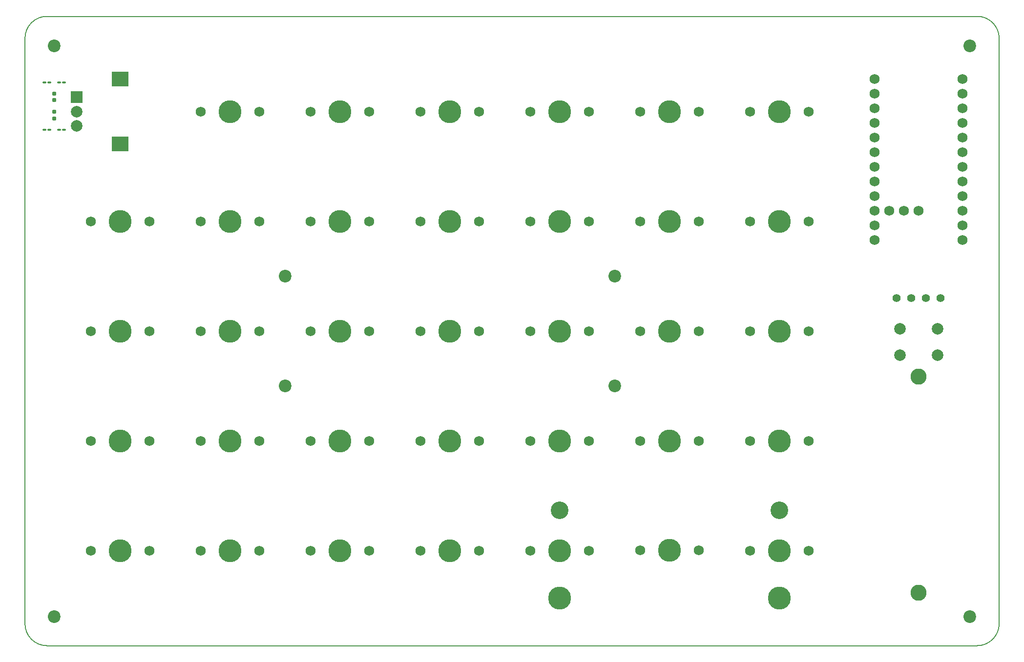
<source format=gbr>
%TF.GenerationSoftware,KiCad,Pcbnew,(6.0.1)*%
%TF.CreationDate,2022-04-03T20:03:39+01:00*%
%TF.ProjectId,Keyboard Left Hand Side,4b657962-6f61-4726-9420-4c6566742048,rev?*%
%TF.SameCoordinates,Original*%
%TF.FileFunction,Soldermask,Top*%
%TF.FilePolarity,Negative*%
%FSLAX46Y46*%
G04 Gerber Fmt 4.6, Leading zero omitted, Abs format (unit mm)*
G04 Created by KiCad (PCBNEW (6.0.1)) date 2022-04-03 20:03:39*
%MOMM*%
%LPD*%
G01*
G04 APERTURE LIST*
G04 Aperture macros list*
%AMRoundRect*
0 Rectangle with rounded corners*
0 $1 Rounding radius*
0 $2 $3 $4 $5 $6 $7 $8 $9 X,Y pos of 4 corners*
0 Add a 4 corners polygon primitive as box body*
4,1,4,$2,$3,$4,$5,$6,$7,$8,$9,$2,$3,0*
0 Add four circle primitives for the rounded corners*
1,1,$1+$1,$2,$3*
1,1,$1+$1,$4,$5*
1,1,$1+$1,$6,$7*
1,1,$1+$1,$8,$9*
0 Add four rect primitives between the rounded corners*
20,1,$1+$1,$2,$3,$4,$5,0*
20,1,$1+$1,$4,$5,$6,$7,0*
20,1,$1+$1,$6,$7,$8,$9,0*
20,1,$1+$1,$8,$9,$2,$3,0*%
G04 Aperture macros list end*
%TA.AperFunction,Profile*%
%ADD10C,0.200000*%
%TD*%
%ADD11C,1.750000*%
%ADD12C,3.987800*%
%ADD13RoundRect,0.100000X-0.217500X-0.100000X0.217500X-0.100000X0.217500X0.100000X-0.217500X0.100000X0*%
%ADD14C,2.200000*%
%ADD15C,1.397000*%
%ADD16RoundRect,0.155000X0.155000X-0.212500X0.155000X0.212500X-0.155000X0.212500X-0.155000X-0.212500X0*%
%ADD17C,3.048000*%
%ADD18R,2.000000X2.000000*%
%ADD19C,2.000000*%
%ADD20R,3.000000X2.500000*%
%ADD21RoundRect,0.100000X0.217500X0.100000X-0.217500X0.100000X-0.217500X-0.100000X0.217500X-0.100000X0*%
%ADD22C,1.752600*%
%ADD23C,2.800000*%
G04 APERTURE END LIST*
D10*
X34925003Y-140335000D02*
G75*
G03*
X38735000Y-144145000I3809997J-3D01*
G01*
X200025000Y-144144997D02*
G75*
G03*
X203835000Y-140335000I3J3809997D01*
G01*
X203834997Y-38735000D02*
G75*
G03*
X200025000Y-34925000I-3809997J3D01*
G01*
X38735000Y-34925003D02*
G75*
G03*
X34925000Y-38735000I-3J-3809997D01*
G01*
X34925000Y-140335000D02*
X34925000Y-38735000D01*
X200025000Y-144145000D02*
X38735000Y-144145000D01*
X203835000Y-38735000D02*
X203835000Y-140335000D01*
X38735000Y-34925000D02*
X200025000Y-34925000D01*
D11*
X84455000Y-51435000D03*
D12*
X89535000Y-51435000D03*
D11*
X94615000Y-51435000D03*
X46355000Y-70485000D03*
D12*
X51435000Y-70485000D03*
D11*
X56515000Y-70485000D03*
D12*
X89535000Y-89535000D03*
D11*
X94615000Y-89535000D03*
X84455000Y-89535000D03*
X103505000Y-51435000D03*
D12*
X108585000Y-51435000D03*
D11*
X113665000Y-51435000D03*
X75565000Y-127635000D03*
D12*
X70485000Y-127635000D03*
D11*
X65405000Y-127635000D03*
D12*
X108585000Y-108585000D03*
D11*
X113665000Y-108585000D03*
X103505000Y-108585000D03*
X141605000Y-70485000D03*
X151765000Y-70485000D03*
D12*
X146685000Y-70485000D03*
D11*
X132715000Y-70485000D03*
X122555000Y-70485000D03*
D12*
X127635000Y-70485000D03*
D11*
X141605000Y-51435000D03*
X151765000Y-51435000D03*
D12*
X146685000Y-51435000D03*
X51435000Y-108585000D03*
D11*
X46355000Y-108585000D03*
X56515000Y-108585000D03*
X103505000Y-89535000D03*
X113665000Y-89535000D03*
D12*
X108585000Y-89535000D03*
D11*
X46355000Y-127635000D03*
D12*
X51435000Y-127635000D03*
D11*
X56515000Y-127635000D03*
X113665000Y-127635000D03*
X103505000Y-127635000D03*
D12*
X108585000Y-127635000D03*
D13*
X38327500Y-54610000D03*
X39142500Y-54610000D03*
D12*
X165735000Y-89535000D03*
D11*
X170815000Y-89535000D03*
X160655000Y-89535000D03*
D14*
X137160000Y-99060000D03*
X40005000Y-139065000D03*
D15*
X193665000Y-83820000D03*
X191125000Y-83820000D03*
X188585000Y-83820000D03*
X186045000Y-83820000D03*
D12*
X70485000Y-108585000D03*
D11*
X75565000Y-108585000D03*
X65405000Y-108585000D03*
D12*
X70485000Y-70485000D03*
D11*
X75565000Y-70485000D03*
X65405000Y-70485000D03*
D12*
X70485000Y-51435000D03*
D11*
X65405000Y-51435000D03*
X75565000Y-51435000D03*
X122555000Y-51435000D03*
D12*
X127635000Y-51435000D03*
D11*
X132715000Y-51435000D03*
D14*
X80010000Y-80010000D03*
D11*
X132715000Y-89535000D03*
D12*
X127635000Y-89535000D03*
D11*
X122555000Y-89535000D03*
X132715000Y-108585000D03*
X122555000Y-108585000D03*
D12*
X127635000Y-108585000D03*
X70485000Y-89535000D03*
D11*
X75565000Y-89535000D03*
X65405000Y-89535000D03*
D14*
X137160000Y-80010000D03*
D12*
X108585000Y-70485000D03*
D11*
X103505000Y-70485000D03*
X113665000Y-70485000D03*
D14*
X198755000Y-139065000D03*
X40005000Y-40005000D03*
D11*
X170815000Y-51435000D03*
D12*
X165735000Y-51435000D03*
D11*
X160655000Y-51435000D03*
X151765000Y-108585000D03*
X141605000Y-108585000D03*
D12*
X146685000Y-108585000D03*
D16*
X40005000Y-49462500D03*
X40005000Y-48327500D03*
X40005000Y-52637500D03*
X40005000Y-51502500D03*
D11*
X141609400Y-127627200D03*
D12*
X127639400Y-135882200D03*
D11*
X151769400Y-127627200D03*
D12*
X165739400Y-135882200D03*
D17*
X127639400Y-120642200D03*
D12*
X146689400Y-127627200D03*
D17*
X165739400Y-120642200D03*
D13*
X38327500Y-46355000D03*
X39142500Y-46355000D03*
D12*
X89535000Y-70485000D03*
D11*
X84455000Y-70485000D03*
X94615000Y-70485000D03*
D18*
X43919800Y-48935000D03*
D19*
X43919800Y-53935000D03*
X43919800Y-51435000D03*
D20*
X51419800Y-45835000D03*
X51419800Y-57035000D03*
D14*
X198755000Y-40005000D03*
D21*
X41682500Y-46355000D03*
X40867500Y-46355000D03*
D12*
X89535000Y-127635000D03*
D11*
X94615000Y-127635000D03*
X84455000Y-127635000D03*
D12*
X165735000Y-127635000D03*
D11*
X160655000Y-127635000D03*
X170815000Y-127635000D03*
D21*
X41682500Y-54610000D03*
X40867500Y-54610000D03*
D19*
X186615000Y-89190000D03*
X193115000Y-89190000D03*
X186615000Y-93690000D03*
X193115000Y-93690000D03*
D12*
X127635000Y-127635000D03*
D11*
X132715000Y-127635000D03*
X122555000Y-127635000D03*
X160655000Y-70485000D03*
X170815000Y-70485000D03*
D12*
X165735000Y-70485000D03*
D14*
X80010000Y-99060000D03*
D22*
X182245000Y-45801750D03*
X182245000Y-48341750D03*
X182245000Y-50881750D03*
X182245000Y-53421750D03*
X182245000Y-55961750D03*
X182245000Y-58501750D03*
X182245000Y-61041750D03*
X182245000Y-63581750D03*
X182245000Y-66121750D03*
X182245000Y-68661750D03*
X182245000Y-71201750D03*
X182245000Y-73741750D03*
X197485000Y-73741750D03*
X197485000Y-71201750D03*
X197485000Y-68661750D03*
X197485000Y-66121750D03*
X197485000Y-63581750D03*
X197485000Y-61041750D03*
X197485000Y-58501750D03*
X197485000Y-55961750D03*
X197485000Y-53421750D03*
X197485000Y-50881750D03*
X197485000Y-48341750D03*
X197485000Y-45801750D03*
X184785000Y-68661750D03*
X187325000Y-68661750D03*
X189865000Y-68661750D03*
D11*
X46355000Y-89535000D03*
X56515000Y-89535000D03*
D12*
X51435000Y-89535000D03*
X89535000Y-108585000D03*
D11*
X84455000Y-108585000D03*
X94615000Y-108585000D03*
D12*
X146685000Y-89535000D03*
D11*
X151765000Y-89535000D03*
X141605000Y-89535000D03*
X160655000Y-108585000D03*
X170815000Y-108585000D03*
D12*
X165735000Y-108585000D03*
D23*
X189865000Y-134955000D03*
X189865000Y-97455000D03*
M02*

</source>
